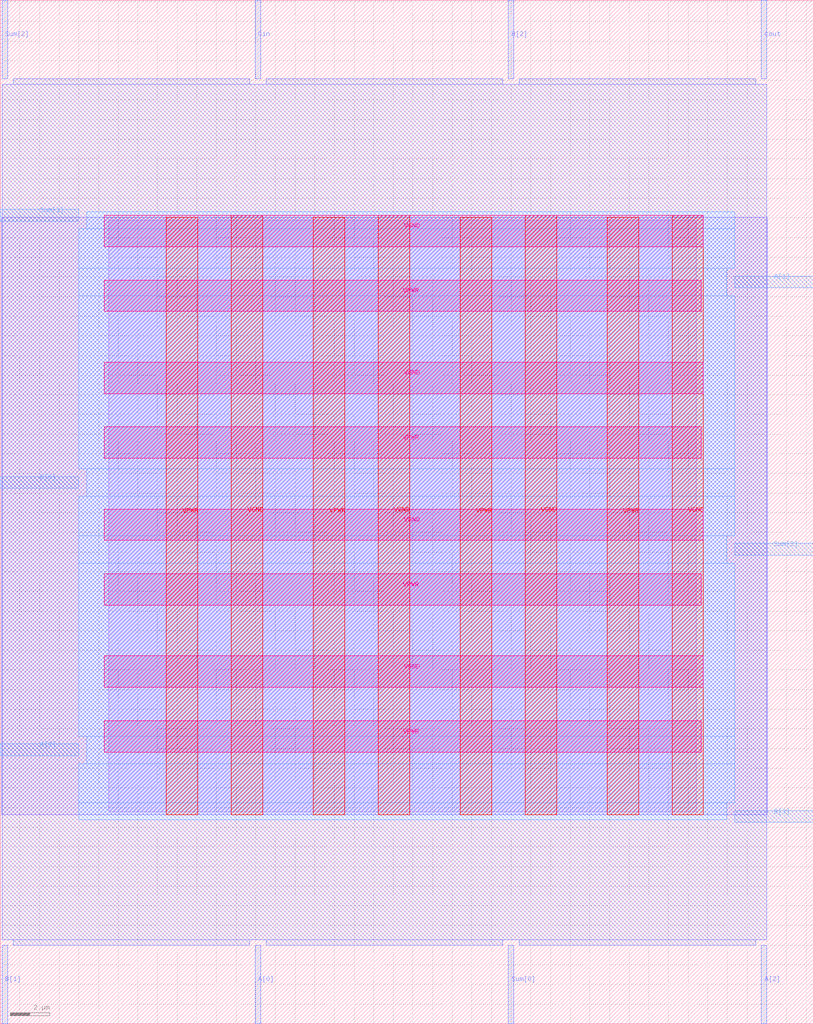
<source format=lef>
VERSION 5.7 ;
  NOWIREEXTENSIONATPIN ON ;
  DIVIDERCHAR "/" ;
  BUSBITCHARS "[]" ;
MACRO ripple_carry_adder_4bit
  CLASS BLOCK ;
  FOREIGN ripple_carry_adder_4bit ;
  ORIGIN 0.000 0.000 ;
  SIZE 41.365 BY 52.085 ;
  PIN A[0]
    DIRECTION INPUT ;
    USE SIGNAL ;
    ANTENNAGATEAREA 0.196500 ;
    PORT
      LAYER met2 ;
        RECT 12.970 0.000 13.250 4.000 ;
    END
  END A[0]
  PIN A[1]
    DIRECTION INPUT ;
    USE SIGNAL ;
    ANTENNAGATEAREA 0.196500 ;
    PORT
      LAYER met3 ;
        RECT 37.365 37.440 41.365 38.040 ;
    END
  END A[1]
  PIN A[2]
    DIRECTION INPUT ;
    USE SIGNAL ;
    ANTENNAGATEAREA 0.196500 ;
    PORT
      LAYER met2 ;
        RECT 38.730 0.000 39.010 4.000 ;
    END
  END A[2]
  PIN A[3]
    DIRECTION INPUT ;
    USE SIGNAL ;
    ANTENNAGATEAREA 0.196500 ;
    PORT
      LAYER met3 ;
        RECT 0.000 13.640 4.000 14.240 ;
    END
  END A[3]
  PIN B[0]
    DIRECTION INPUT ;
    USE SIGNAL ;
    ANTENNAGATEAREA 0.196500 ;
    PORT
      LAYER met3 ;
        RECT 0.000 27.240 4.000 27.840 ;
    END
  END B[0]
  PIN B[1]
    DIRECTION INPUT ;
    USE SIGNAL ;
    ANTENNAGATEAREA 0.196500 ;
    PORT
      LAYER met2 ;
        RECT 0.090 0.000 0.370 4.000 ;
    END
  END B[1]
  PIN B[2]
    DIRECTION INPUT ;
    USE SIGNAL ;
    ANTENNAGATEAREA 0.196500 ;
    PORT
      LAYER met2 ;
        RECT 25.850 48.085 26.130 52.085 ;
    END
  END B[2]
  PIN B[3]
    DIRECTION INPUT ;
    USE SIGNAL ;
    ANTENNAGATEAREA 0.196500 ;
    PORT
      LAYER met3 ;
        RECT 37.365 10.240 41.365 10.840 ;
    END
  END B[3]
  PIN Cin
    DIRECTION INPUT ;
    USE SIGNAL ;
    ANTENNAGATEAREA 0.196500 ;
    PORT
      LAYER met2 ;
        RECT 12.970 48.085 13.250 52.085 ;
    END
  END Cin
  PIN Cout
    DIRECTION OUTPUT TRISTATE ;
    USE SIGNAL ;
    ANTENNADIFFAREA 0.795200 ;
    PORT
      LAYER met2 ;
        RECT 38.730 48.085 39.010 52.085 ;
    END
  END Cout
  PIN Sum[0]
    DIRECTION OUTPUT TRISTATE ;
    USE SIGNAL ;
    ANTENNADIFFAREA 0.795200 ;
    PORT
      LAYER met2 ;
        RECT 25.850 0.000 26.130 4.000 ;
    END
  END Sum[0]
  PIN Sum[1]
    DIRECTION OUTPUT TRISTATE ;
    USE SIGNAL ;
    ANTENNADIFFAREA 0.795200 ;
    PORT
      LAYER met3 ;
        RECT 0.000 40.840 4.000 41.440 ;
    END
  END Sum[1]
  PIN Sum[2]
    DIRECTION OUTPUT TRISTATE ;
    USE SIGNAL ;
    ANTENNADIFFAREA 0.795200 ;
    PORT
      LAYER met2 ;
        RECT 0.090 48.085 0.370 52.085 ;
    END
  END Sum[2]
  PIN Sum[3]
    DIRECTION OUTPUT TRISTATE ;
    USE SIGNAL ;
    ANTENNADIFFAREA 0.445500 ;
    PORT
      LAYER met3 ;
        RECT 37.365 23.840 41.365 24.440 ;
    END
  END Sum[3]
  PIN VGND
    DIRECTION INOUT ;
    USE GROUND ;
    PORT
      LAYER met4 ;
        RECT 11.755 10.640 13.355 41.140 ;
    END
    PORT
      LAYER met4 ;
        RECT 19.230 10.640 20.830 41.140 ;
    END
    PORT
      LAYER met4 ;
        RECT 26.705 10.640 28.305 41.140 ;
    END
    PORT
      LAYER met4 ;
        RECT 34.180 10.640 35.780 41.140 ;
    END
    PORT
      LAYER met5 ;
        RECT 5.280 17.115 35.780 18.715 ;
    END
    PORT
      LAYER met5 ;
        RECT 5.280 24.590 35.780 26.190 ;
    END
    PORT
      LAYER met5 ;
        RECT 5.280 32.065 35.780 33.665 ;
    END
    PORT
      LAYER met5 ;
        RECT 5.280 39.540 35.780 41.140 ;
    END
  END VGND
  PIN VPWR
    DIRECTION INOUT ;
    USE POWER ;
    PORT
      LAYER met4 ;
        RECT 8.455 10.640 10.055 41.040 ;
    END
    PORT
      LAYER met4 ;
        RECT 15.930 10.640 17.530 41.040 ;
    END
    PORT
      LAYER met4 ;
        RECT 23.405 10.640 25.005 41.040 ;
    END
    PORT
      LAYER met4 ;
        RECT 30.880 10.640 32.480 41.040 ;
    END
    PORT
      LAYER met5 ;
        RECT 5.280 13.815 35.660 15.415 ;
    END
    PORT
      LAYER met5 ;
        RECT 5.280 21.290 35.660 22.890 ;
    END
    PORT
      LAYER met5 ;
        RECT 5.280 28.765 35.660 30.365 ;
    END
    PORT
      LAYER met5 ;
        RECT 5.280 36.240 35.660 37.840 ;
    END
  END VPWR
  OBS
      LAYER li1 ;
        RECT 5.520 10.795 35.420 40.885 ;
      LAYER met1 ;
        RECT 0.070 10.640 39.030 41.040 ;
      LAYER met2 ;
        RECT 0.650 47.805 12.690 48.085 ;
        RECT 13.530 47.805 25.570 48.085 ;
        RECT 26.410 47.805 38.450 48.085 ;
        RECT 0.100 4.280 39.000 47.805 ;
        RECT 0.650 4.000 12.690 4.280 ;
        RECT 13.530 4.000 25.570 4.280 ;
        RECT 26.410 4.000 38.450 4.280 ;
      LAYER met3 ;
        RECT 4.400 40.440 37.365 41.305 ;
        RECT 4.000 38.440 37.365 40.440 ;
        RECT 4.000 37.040 36.965 38.440 ;
        RECT 4.000 28.240 37.365 37.040 ;
        RECT 4.400 26.840 37.365 28.240 ;
        RECT 4.000 24.840 37.365 26.840 ;
        RECT 4.000 23.440 36.965 24.840 ;
        RECT 4.000 14.640 37.365 23.440 ;
        RECT 4.400 13.240 37.365 14.640 ;
        RECT 4.000 11.240 37.365 13.240 ;
        RECT 4.000 10.375 36.965 11.240 ;
  END
END ripple_carry_adder_4bit
END LIBRARY


</source>
